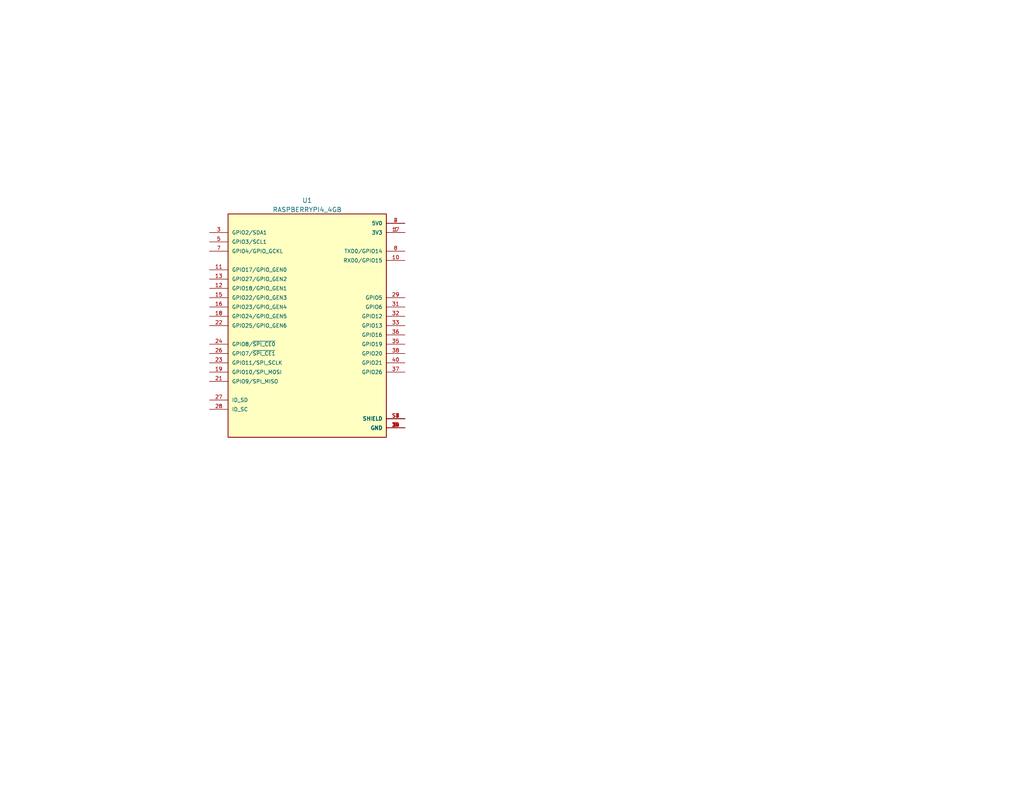
<source format=kicad_sch>
(kicad_sch (version 20211123) (generator eeschema)
  (paper "USLetter")
  (title_block (title "Quadcopter"))
  (lib_symbols
    (symbol "RASPBERRYPI4_4GB:RASPBERRYPI4_4GB" (pin_names (offset 1.016))
      (property "Reference" "U" (at -22.86 27.94 0))
      (property "Value" "RASPBERRYPI4_4GB" (at -22.86 -37.465 0))
      (symbol "RASPBERRYPI4_4GB_0_0"
        (rectangle (start -22.86 -35.56) (end 20.32 25.4) (stroke (width 0.254)) (fill (type background)))
        (pin power_in line (at 25.4 20.32 180) (length 5.08) (name "3V3") (number "1"))
        (pin bidirectional line (at 25.4 12.7 180) (length 5.08) (name "RXD0/GPIO15") (number "10"))
        (pin bidirectional line (at -27.94 10.16 0) (length 5.08) (name "GPIO17/GPIO_GEN0") (number "11"))
        (pin bidirectional line (at -27.94 5.08 0) (length 5.08) (name "GPIO18/GPIO_GEN1") (number "12"))
        (pin bidirectional line (at -27.94 7.62 0) (length 5.08) (name "GPIO27/GPIO_GEN2") (number "13"))
        (pin power_in line (at 25.4 -33.02 180) (length 5.08) (name "GND") (number "14"))
        (pin bidirectional line (at -27.94 2.54 0) (length 5.08) (name "GPIO22/GPIO_GEN3") (number "15"))
        (pin bidirectional line (at -27.94 0 0) (length 5.08) (name "GPIO23/GPIO_GEN4") (number "16"))
        (pin power_in line (at 25.4 20.32 180) (length 5.08) (name "3V3") (number "17"))
        (pin bidirectional line (at -27.94 -2.54 0) (length 5.08) (name "GPIO24/GPIO_GEN5") (number "18"))
        (pin bidirectional line (at -27.94 -17.78 0) (length 5.08) (name "GPIO10/SPI_MOSI") (number "19"))
        (pin power_in line (at 25.4 22.86 180) (length 5.08) (name "5V0") (number "2"))
        (pin power_in line (at 25.4 -33.02 180) (length 5.08) (name "GND") (number "20"))
        (pin bidirectional line (at -27.94 -20.32 0) (length 5.08) (name "GPIO9/SPI_MISO") (number "21"))
        (pin bidirectional line (at -27.94 -5.08 0) (length 5.08) (name "GPIO25/GPIO_GEN6") (number "22"))
        (pin bidirectional line (at -27.94 -15.24 0) (length 5.08) (name "GPIO11/SPI_SCLK") (number "23"))
        (pin bidirectional line (at -27.94 -10.16 0) (length 5.08) (name "GPIO8/~{SPI_CE0}") (number "24"))
        (pin power_in line (at 25.4 -33.02 180) (length 5.08) (name "GND") (number "25"))
        (pin bidirectional line (at -27.94 -12.7 0) (length 5.08) (name "GPIO7/~{SPI_CE1}") (number "26"))
        (pin bidirectional line (at -27.94 -25.4 0) (length 5.08) (name "ID_SD") (number "27"))
        (pin bidirectional line (at -27.94 -27.94 0) (length 5.08) (name "ID_SC") (number "28"))
        (pin bidirectional line (at 25.4 2.54 180) (length 5.08) (name "GPIO5") (number "29"))
        (pin bidirectional line (at -27.94 20.32 0) (length 5.08) (name "GPIO2/SDA1") (number "3"))
        (pin power_in line (at 25.4 -33.02 180) (length 5.08) (name "GND") (number "30"))
        (pin bidirectional line (at 25.4 0 180) (length 5.08) (name "GPIO6") (number "31"))
        (pin bidirectional line (at 25.4 -2.54 180) (length 5.08) (name "GPIO12") (number "32"))
        (pin bidirectional line (at 25.4 -5.08 180) (length 5.08) (name "GPIO13") (number "33"))
        (pin power_in line (at 25.4 -33.02 180) (length 5.08) (name "GND") (number "34"))
        (pin bidirectional line (at 25.4 -10.16 180) (length 5.08) (name "GPIO19") (number "35"))
        (pin bidirectional line (at 25.4 -7.62 180) (length 5.08) (name "GPIO16") (number "36"))
        (pin bidirectional line (at 25.4 -17.78 180) (length 5.08) (name "GPIO26") (number "37"))
        (pin bidirectional line (at 25.4 -12.7 180) (length 5.08) (name "GPIO20") (number "38"))
        (pin power_in line (at 25.4 -33.02 180) (length 5.08) (name "GND") (number "39"))
        (pin power_in line (at 25.4 22.86 180) (length 5.08) (name "5V0") (number "4"))
        (pin bidirectional line (at 25.4 -15.24 180) (length 5.08) (name "GPIO21") (number "40"))
        (pin bidirectional line (at -27.94 17.78 0) (length 5.08) (name "GPIO3/SCL1") (number "5"))
        (pin power_in line (at 25.4 -33.02 180) (length 5.08) (name "GND") (number "6"))
        (pin bidirectional line (at -27.94 15.24 0) (length 5.08) (name "GPIO4/GPIO_GCKL") (number "7"))
        (pin bidirectional line (at 25.4 15.24 180) (length 5.08) (name "TXD0/GPIO14") (number "8"))
        (pin power_in line (at 25.4 -33.02 180) (length 5.08) (name "GND") (number "9"))
        (pin power_in line (at 25.4 -30.48 180) (length 5.08) (name "SHIELD") (number "S1"))
        (pin power_in line (at 25.4 -30.48 180) (length 5.08) (name "SHIELD") (number "S2"))
        (pin power_in line (at 25.4 -30.48 180) (length 5.08) (name "SHIELD") (number "S3"))
        (pin power_in line (at 25.4 -30.48 180) (length 5.08) (name "SHIELD") (number "S4"))
      )
    )
  )
  (symbol (lib_id "RASPBERRYPI4_4GB:RASPBERRYPI4_4GB") (at 85.09 83.82 0) (unit 1)
    (property "Reference" "U1" (at 83.82 54.7202 0))
    (property "Value" "RASPBERRYPI4_4GB" (at 83.82 57.2571 0))
    (property "Footprint" "MODULE_RASPBERRYPI4_4GB" (effects hide))
    (property "MANUFACTURER" "Raspberry Pi" (effects hide))
    (property "MAXIMUM_PACKAGE_HIEGHT" "18mm" (effects hide))
    (property "STANDARD" "Manufacturer Recommendations" (effects hide))
    (property "PARTREV" "1.0" (effects hide))
  )
)
</source>
